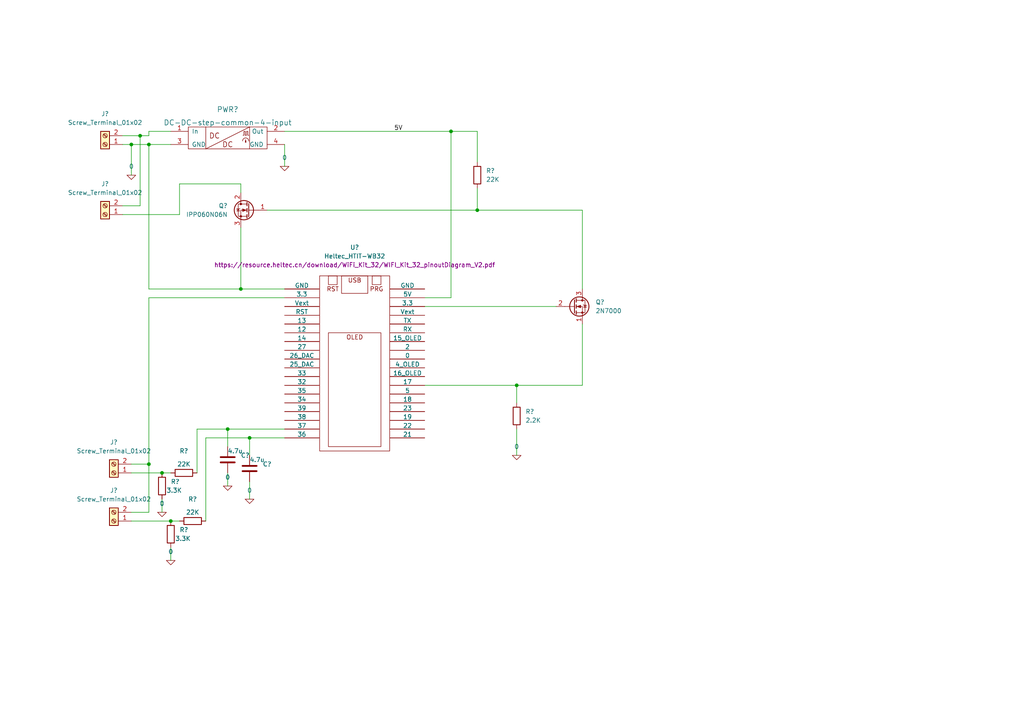
<source format=kicad_sch>
(kicad_sch (version 20211123) (generator eeschema)
  (paper "A4")
  (lib_symbols
    (symbol "Connector:Screw_Terminal_01x02" (pin_names (offset 1.016) hide)
      (property "Reference" "J" (at 0 2.54 0))
      (property "Value" "Screw_Terminal_01x02" (at 0 -5.08 0))
      (symbol "Screw_Terminal_01x02_1_1"
        (rectangle (start -1.27 1.27) (end 1.27 -3.81) (stroke (width 0.254)) (fill (type background)))
        (circle (center 0 -2.54) (radius 0.635) (stroke (width 0.1524)))
        (polyline (pts (xy -0.5334 -2.2098) (xy 0.3302 -3.048)) (stroke (width 0.1524)))
        (polyline (pts (xy -0.5334 0.3302) (xy 0.3302 -0.508)) (stroke (width 0.1524)))
        (polyline (pts (xy -0.3556 -2.032) (xy 0.508 -2.8702)) (stroke (width 0.1524)))
        (polyline (pts (xy -0.3556 0.508) (xy 0.508 -0.3302)) (stroke (width 0.1524)))
        (circle (center 0 0) (radius 0.635) (stroke (width 0.1524)))
        (pin passive line (at -5.08 0 0) (length 3.81) (name "Pin_1") (number "1"))
        (pin passive line (at -5.08 -2.54 0) (length 3.81) (name "Pin_2") (number "2"))
      )
    )
    (symbol "Device:C" (pin_numbers hide) (pin_names (offset 0.254))
      (property "Reference" "C" (at 0.635 2.54 0))
      (property "Value" "C" (at 0.635 -2.54 0))
      (symbol "C_0_1"
        (polyline (pts (xy -2.032 -0.762) (xy 2.032 -0.762)) (stroke (width 0.508)))
        (polyline (pts (xy -2.032 0.762) (xy 2.032 0.762)) (stroke (width 0.508)))
      )
      (symbol "C_1_1"
        (pin passive line (at 0 3.81 270) (length 2.794) (name "~") (number "1"))
        (pin passive line (at 0 -3.81 90) (length 2.794) (name "~") (number "2"))
      )
    )
    (symbol "Device:R" (pin_numbers hide) (pin_names (offset 0))
      (property "Reference" "R" (at 2.032 0 90))
      (property "Value" "R" (at 0 0 90))
      (symbol "R_0_1"
        (rectangle (start -1.016 -2.54) (end 1.016 2.54) (stroke (width 0.254)))
      )
      (symbol "R_1_1"
        (pin passive line (at 0 3.81 270) (length 1.27) (name "~") (number "1"))
        (pin passive line (at 0 -3.81 90) (length 1.27) (name "~") (number "2"))
      )
    )
    (symbol "Gitlab:Heltec_HTIT-WB32" (pin_numbers hide) (pin_names (offset 0))
      (property "Reference" "U" (at 0 0 0))
      (property "Value" "Heltec_HTIT-WB32" (at 0 -26.67 0))
      (property "Datasheet" "https://resource.heltec.cn/download/WiFi_Kit_32/WIFI_Kit_32_pinoutDiagram_V2.pdf" (at 0 0 0))
      (symbol "Heltec_HTIT-WB32_0_0"
        (rectangle (start -5.08 22.86) (end -7.62 25.4))
        (rectangle (start 3.81 25.4) (end -3.81 20.32))
        (rectangle (start 5.08 22.86) (end 7.62 25.4))
        (rectangle (start 7.62 -24.13) (end -7.62 8.89))
        (rectangle (start 10.16 -25.4) (end -10.16 25.4))
        (text "OLED" (at 0 7.62 0) (effects (font (size 1.27 1.27))))
        (text "PRG" (at 6.35 21.59 0) (effects (font (size 1.27 1.27))))
        (text "RST" (at -6.35 21.59 0) (effects (font (size 1.27 1.27))))
        (text "USB" (at 0 24.13 0) (effects (font (size 1.27 1.27))))
      )
      (symbol "Heltec_HTIT-WB32_1_1"
        (pin bidirectional line (at 20.32 1.27 180) (length 10.0076) (name "0") (number "0"))
        (pin bidirectional line (at 20.32 11.43 180) (length 10.0076) (name "TX") (number "1"))
        (pin power_out line (at 20.32 13.97 180) (length 10.0076) (name "Vext") (number "10"))
        (pin power_in line (at 20.32 16.51 180) (length 10.0076) (name "3.3") (number "11"))
        (pin bidirectional line (at -20.32 8.89 0) (length 10.0076) (name "12") (number "12"))
        (pin bidirectional line (at -20.32 11.43 0) (length 10.0076) (name "13") (number "13"))
        (pin bidirectional line (at -20.32 6.35 0) (length 10.0076) (name "14") (number "14"))
        (pin bidirectional line (at 20.32 6.35 180) (length 10.0076) (name "15_OLED") (number "15"))
        (pin bidirectional line (at 20.32 -3.81 180) (length 10.0076) (name "16_OLED") (number "16"))
        (pin bidirectional line (at 20.32 -6.35 180) (length 10.0076) (name "17") (number "17"))
        (pin bidirectional line (at 20.32 -11.43 180) (length 10.0076) (name "18") (number "18"))
        (pin bidirectional line (at 20.32 -16.51 180) (length 10.0076) (name "19") (number "19"))
        (pin bidirectional line (at 20.32 3.81 180) (length 10.0076) (name "2") (number "2"))
        (pin power_in line (at 20.32 19.05 180) (length 10.0076) (name "5V") (number "20"))
        (pin bidirectional line (at 20.32 -21.59 180) (length 10.0076) (name "21") (number "21"))
        (pin bidirectional line (at 20.32 -19.05 180) (length 10.0076) (name "22") (number "22"))
        (pin bidirectional line (at 20.32 -13.97 180) (length 10.0076) (name "23") (number "23"))
        (pin bidirectional line (at -20.32 -1.27 0) (length 10.0076) (name "25_DAC") (number "25"))
        (pin bidirectional line (at -20.32 1.27 0) (length 10.0076) (name "26_DAC") (number "26"))
        (pin bidirectional line (at -20.32 3.81 0) (length 10.0076) (name "27") (number "27"))
        (pin power_in line (at 20.32 21.59 180) (length 10.0076) (name "GND") (number "28"))
        (pin bidirectional line (at 20.32 8.89 180) (length 10.0076) (name "RX") (number "3"))
        (pin input line (at -20.32 -6.35 0) (length 10.0076) (name "32") (number "32"))
        (pin input line (at -20.32 -3.81 0) (length 10.0076) (name "33") (number "33"))
        (pin input line (at -20.32 -11.43 0) (length 10.0076) (name "34") (number "34"))
        (pin input line (at -20.32 -8.89 0) (length 10.0076) (name "35") (number "35"))
        (pin input line (at -20.32 -21.59 0) (length 10.0076) (name "36") (number "36"))
        (pin input line (at -20.32 -19.05 0) (length 10.0076) (name "37") (number "37"))
        (pin input line (at -20.32 -16.51 0) (length 10.0076) (name "38") (number "38"))
        (pin input line (at -20.32 -13.97 0) (length 10.0076) (name "39") (number "39"))
        (pin bidirectional line (at 20.32 -1.27 180) (length 10.0076) (name "4_OLED") (number "4"))
        (pin bidirectional line (at 20.32 -8.89 180) (length 10.0076) (name "5") (number "5"))
        (pin input line (at -20.32 13.97 0) (length 10.0076) (name "RST") (number "6"))
        (pin power_out line (at -20.32 16.51 0) (length 10.0076) (name "Vext") (number "7"))
        (pin power_in line (at -20.32 21.59 0) (length 10.0076) (name "GND") (number "8"))
        (pin power_in line (at -20.32 19.05 0) (length 10.0076) (name "3.3") (number "9"))
      )
    )
    (symbol "Transistor_FET:2N7000" (pin_names hide)
      (property "Reference" "Q" (at 5.08 1.905 0))
      (property "Value" "2N7000" (at 5.08 0 0))
      (symbol "2N7000_0_1"
        (polyline (pts (xy 0.254 0) (xy -2.54 0)))
        (polyline (pts (xy 0.254 1.905) (xy 0.254 -1.905)) (stroke (width 0.254)))
        (polyline (pts (xy 0.762 -1.27) (xy 0.762 -2.286)) (stroke (width 0.254)))
        (polyline (pts (xy 0.762 0.508) (xy 0.762 -0.508)) (stroke (width 0.254)))
        (polyline (pts (xy 0.762 2.286) (xy 0.762 1.27)) (stroke (width 0.254)))
        (polyline (pts (xy 2.54 2.54) (xy 2.54 1.778)))
        (polyline (pts (xy 2.54 -2.54) (xy 2.54 0) (xy 0.762 0)))
        (polyline (pts (xy 0.762 -1.778) (xy 3.302 -1.778) (xy 3.302 1.778) (xy 0.762 1.778)))
        (polyline (pts (xy 1.016 0) (xy 2.032 0.381) (xy 2.032 -0.381) (xy 1.016 0)) (fill (type outline)))
        (polyline (pts (xy 2.794 0.508) (xy 2.921 0.381) (xy 3.683 0.381) (xy 3.81 0.254)))
        (polyline (pts (xy 3.302 0.381) (xy 2.921 -0.254) (xy 3.683 -0.254) (xy 3.302 0.381)))
        (circle (center 1.651 0) (radius 2.794) (stroke (width 0.254)))
        (circle (center 2.54 -1.778) (radius 0.254) (fill (type outline)))
        (circle (center 2.54 1.778) (radius 0.254) (fill (type outline)))
      )
      (symbol "2N7000_1_1"
        (pin passive line (at 2.54 -5.08 90) (length 2.54) (name "S") (number "1"))
        (pin input line (at -5.08 0 0) (length 2.54) (name "G") (number "2"))
        (pin passive line (at 2.54 5.08 270) (length 2.54) (name "D") (number "3"))
      )
    )
    (symbol "Transistor_FET:IPP060N06N" (pin_names hide)
      (property "Reference" "Q" (at 6.35 1.905 0))
      (property "Value" "IPP060N06N" (at 6.35 0 0))
      (symbol "IPP060N06N_0_1"
        (polyline (pts (xy 0.254 0) (xy -2.54 0)))
        (polyline (pts (xy 0.254 1.905) (xy 0.254 -1.905)) (stroke (width 0.254)))
        (polyline (pts (xy 0.762 -1.27) (xy 0.762 -2.286)) (stroke (width 0.254)))
        (polyline (pts (xy 0.762 0.508) (xy 0.762 -0.508)) (stroke (width 0.254)))
        (polyline (pts (xy 0.762 2.286) (xy 0.762 1.27)) (stroke (width 0.254)))
        (polyline (pts (xy 2.54 2.54) (xy 2.54 1.778)))
        (polyline (pts (xy 2.54 -2.54) (xy 2.54 0) (xy 0.762 0)))
        (polyline (pts (xy 0.762 -1.778) (xy 3.302 -1.778) (xy 3.302 1.778) (xy 0.762 1.778)))
        (polyline (pts (xy 1.016 0) (xy 2.032 0.381) (xy 2.032 -0.381) (xy 1.016 0)) (fill (type outline)))
        (polyline (pts (xy 2.794 0.508) (xy 2.921 0.381) (xy 3.683 0.381) (xy 3.81 0.254)))
        (polyline (pts (xy 3.302 0.381) (xy 2.921 -0.254) (xy 3.683 -0.254) (xy 3.302 0.381)))
        (circle (center 1.651 0) (radius 2.794) (stroke (width 0.254)))
        (circle (center 2.54 -1.778) (radius 0.254) (fill (type outline)))
        (circle (center 2.54 1.778) (radius 0.254) (fill (type outline)))
      )
      (symbol "IPP060N06N_1_1"
        (pin input line (at -5.08 0 0) (length 2.54) (name "G") (number "1"))
        (pin passive line (at 2.54 5.08 270) (length 2.54) (name "D") (number "2"))
        (pin passive line (at 2.54 -5.08 90) (length 2.54) (name "S") (number "3"))
      )
    )
    (symbol "power:DC-DC-step-common-4-input" (pin_names (offset 1.016))
      (property "Reference" "PWR" (at -8.89 6.985 0))
      (property "Value" "DC-DC-step-common-4-input" (at 6.35 4.445 0))
      (symbol "DC-DC-step-common-4-input_0_0"
        (polyline (pts (xy 5.207 -1.143) (xy 5.08 -1.905) (xy 5.207 -1.905) (xy 5.207 -1.143) (xy 5.334 -1.905) (xy 5.08 -1.905)))
        (polyline (pts (xy 4.445 0.127) (xy 4.699 0.127) (xy 4.699 1.27) (xy 5.08 1.27) (xy 5.08 0.127) (xy 5.461 0.127) (xy 5.461 1.27) (xy 5.842 1.27) (xy 5.842 0.127) (xy 6.096 0.127)))
        (text "DC" (at -3.81 0 0) (effects (font (size 1.524 1.524))))
        (text "DC" (at 0 -2.54 0) (effects (font (size 1.524 1.524))))
      )
      (symbol "DC-DC-step-common-4-input_0_1"
        (polyline (pts (xy -6.35 -3.81) (xy -6.35 2.54)))
        (polyline (pts (xy -6.35 -3.81) (xy 6.35 2.54)))
        (polyline (pts (xy 6.35 -3.81) (xy 6.35 2.54)))
        (polyline (pts (xy -11.43 2.54) (xy -11.43 -3.81) (xy 11.43 -3.81) (xy 11.43 2.54) (xy -11.43 2.54)))
      )
      (symbol "DC-DC-step-common-4-input_1_0"
        (arc (start 6.096 -1.524) (mid 5.207 -0.635) (end 4.318 -1.524))
      )
      (symbol "DC-DC-step-common-4-input_1_1"
        (pin power_in line (at -16.51 1.27 0) (length 5.08) (name "In") (number "1"))
        (pin power_in line (at 16.51 1.27 180) (length 5.08) (name "Out") (number "2"))
        (pin power_in line (at -16.51 -2.54 0) (length 5.08) (name "GND") (number "3"))
        (pin power_in line (at 16.51 -2.54 180) (length 5.08) (name "GND") (number "4"))
      )
    )
    (symbol "pspice:0" (power) (pin_names (offset 0))
      (property "Value" "0" (at 0 -1.778 0))
      (symbol "0_0_1"
        (polyline (pts (xy -1.27 0) (xy 0 -1.27) (xy 1.27 0) (xy -1.27 0)))
      )
      (symbol "0_1_1"
        (pin power_in line (at 0 0 0) (length 0) hide (name "0") (number "1"))
      )
    )
  )
  (junction (at 43.18 134.62))
  (junction (at 138.43 60.96))
  (junction (at 69.85 83.82))
  (junction (at 49.53 151.13))
  (junction (at 40.64 39.37))
  (junction (at 46.99 137.16))
  (junction (at 149.86 111.76))
  (junction (at 43.18 41.91))
  (junction (at 130.81 38.1))
  (junction (at 72.39 127))
  (junction (at 66.04 124.46))
  (junction (at 38.1 41.91))
  (wire (pts (xy 130.81 38.1) (xy 130.81 86.36)))
  (wire (pts (xy 168.91 60.96) (xy 168.91 83.82)))
  (wire (pts (xy 66.04 124.46) (xy 57.15 124.46)))
  (wire (pts (xy 72.39 127) (xy 59.69 127)))
  (wire (pts (xy 38.1 148.59) (xy 43.18 148.59)))
  (wire (pts (xy 82.55 124.46) (xy 66.04 124.46)))
  (wire (pts (xy 35.56 62.23) (xy 52.07 62.23)))
  (wire (pts (xy 38.1 41.91) (xy 43.18 41.91)))
  (wire (pts (xy 43.18 39.37) (xy 43.18 38.1)))
  (wire (pts (xy 149.86 124.46) (xy 149.86 132.08)))
  (wire (pts (xy 40.64 59.69) (xy 35.56 59.69)))
  (wire (pts (xy 130.81 38.1) (xy 138.43 38.1)))
  (wire (pts (xy 149.86 111.76) (xy 149.86 116.84)))
  (wire (pts (xy 43.18 41.91) (xy 49.53 41.91)))
  (wire (pts (xy 66.04 137.16) (xy 66.04 140.97)))
  (wire (pts (xy 123.19 111.76) (xy 149.86 111.76)))
  (wire (pts (xy 57.15 124.46) (xy 57.15 137.16)))
  (wire (pts (xy 38.1 41.91) (xy 38.1 50.8)))
  (wire (pts (xy 123.19 88.9) (xy 161.29 88.9)))
  (wire (pts (xy 82.55 83.82) (xy 69.85 83.82)))
  (wire (pts (xy 138.43 60.96) (xy 168.91 60.96)))
  (wire (pts (xy 43.18 38.1) (xy 49.53 38.1)))
  (wire (pts (xy 46.99 137.16) (xy 49.53 137.16)))
  (wire (pts (xy 38.1 137.16) (xy 46.99 137.16)))
  (wire (pts (xy 72.39 139.7) (xy 72.39 144.78)))
  (wire (pts (xy 138.43 60.96) (xy 77.47 60.96)))
  (wire (pts (xy 66.04 124.46) (xy 66.04 129.54)))
  (wire (pts (xy 49.53 151.13) (xy 52.07 151.13)))
  (wire (pts (xy 38.1 134.62) (xy 43.18 134.62)))
  (wire (pts (xy 72.39 127) (xy 72.39 132.08)))
  (wire (pts (xy 138.43 54.61) (xy 138.43 60.96)))
  (wire (pts (xy 59.69 127) (xy 59.69 151.13)))
  (wire (pts (xy 40.64 39.37) (xy 40.64 59.69)))
  (wire (pts (xy 52.07 53.34) (xy 69.85 53.34)))
  (wire (pts (xy 35.56 41.91) (xy 38.1 41.91)))
  (wire (pts (xy 69.85 53.34) (xy 69.85 55.88)))
  (wire (pts (xy 69.85 66.04) (xy 69.85 83.82)))
  (wire (pts (xy 43.18 83.82) (xy 69.85 83.82)))
  (wire (pts (xy 82.55 38.1) (xy 130.81 38.1)))
  (wire (pts (xy 40.64 39.37) (xy 43.18 39.37)))
  (wire (pts (xy 82.55 86.36) (xy 43.18 86.36)))
  (wire (pts (xy 38.1 151.13) (xy 49.53 151.13)))
  (wire (pts (xy 168.91 93.98) (xy 168.91 111.76)))
  (wire (pts (xy 43.18 86.36) (xy 43.18 134.62)))
  (wire (pts (xy 35.56 39.37) (xy 40.64 39.37)))
  (wire (pts (xy 149.86 111.76) (xy 168.91 111.76)))
  (wire (pts (xy 46.99 144.78) (xy 46.99 148.59)))
  (wire (pts (xy 82.55 41.91) (xy 82.55 48.26)))
  (wire (pts (xy 130.81 86.36) (xy 123.19 86.36)))
  (wire (pts (xy 82.55 127) (xy 72.39 127)))
  (wire (pts (xy 52.07 62.23) (xy 52.07 53.34)))
  (wire (pts (xy 43.18 134.62) (xy 43.18 148.59)))
  (wire (pts (xy 49.53 158.75) (xy 49.53 162.56)))
  (wire (pts (xy 138.43 38.1) (xy 138.43 46.99)))
  (wire (pts (xy 43.18 83.82) (xy 43.18 41.91)))
  (label "5V" (at 114.3 38.1 0))
  (symbol (lib_id "Connector:Screw_Terminal_01x02") (at 30.48 62.23 180) (unit 1)
    (property "Reference" "J?" (at 30.48 53.34 0))
    (property "Value" "Screw_Terminal_01x02" (at 30.48 55.88 0))
  )
  (symbol (lib_id "Device:R") (at 49.53 154.94 0) (unit 1)
    (property "Reference" "R?" (at 52.07 153.6699 0) (effects (justify left)))
    (property "Value" "3.3K" (at 50.8 156.21 0) (effects (justify left)))
  )
  (symbol (lib_id "Device:C") (at 66.04 133.35 0) (unit 1)
    (property "Reference" "C?" (at 69.85 132.0799 0) (effects (justify left)))
    (property "Value" "4.7u" (at 66.04 130.81 0) (effects (justify left)))
  )
  (symbol (lib_id "pspice:0") (at 82.55 48.26 0) (unit 1)
    (property "Reference" "#GND?" (effects hide))
    (property "Value" "0" (at 82.55 45.72 0))
  )
  (symbol (lib_id "pspice:0") (at 66.04 140.97 0) (unit 1)
    (property "Reference" "#GND?" (effects hide))
    (property "Value" "0" (at 66.04 138.43 0))
  )
  (symbol (lib_id "power:DC-DC-step-common-4-input") (at 66.04 39.37 0) (unit 1)
    (property "Reference" "PWR?" (at 66.04 31.75 0) (effects (font (size 1.524 1.524))))
    (property "Value" "DC-DC-step-common-4-input" (at 66.04 35.56 0) (effects (font (size 1.524 1.524))))
  )
  (symbol (lib_id "pspice:0") (at 49.53 162.56 0) (unit 1)
    (property "Reference" "#GND?" (effects hide))
    (property "Value" "0" (at 49.53 160.02 0))
  )
  (symbol (lib_id "pspice:0") (at 38.1 50.8 0) (unit 1)
    (property "Reference" "#GND?" (effects hide))
    (property "Value" "0" (at 38.1 48.26 0))
  )
  (symbol (lib_id "Device:R") (at 53.34 137.16 90) (unit 1)
    (property "Reference" "R?" (at 53.34 130.81 90))
    (property "Value" "22K" (at 53.34 134.62 90))
  )
  (symbol (lib_id "Transistor_FET:IPP060N06N") (at 72.39 60.96 0) (mirror y) (unit 1)
    (property "Reference" "Q?" (at 66.04 59.6899 0) (effects (justify left)))
    (property "Value" "IPP060N06N" (at 66.04 62.2299 0) (effects (justify left)))
    (property "Footprint" "Package_TO_SOT_THT:TO-220-3_Vertical" (effects hide))
    (property "Datasheet" "https://www.infineon.com/dgdl/Infineon-IPP060N06N-DS-v02_02-en.pdf?fileId=db3a30433727a44301372c06d9d7498a" (effects hide))
  )
  (symbol (lib_id "pspice:0") (at 72.39 144.78 0) (unit 1)
    (property "Reference" "#GND?" (effects hide))
    (property "Value" "0" (at 72.39 142.24 0))
  )
  (symbol (lib_id "pspice:0") (at 46.99 148.59 0) (unit 1)
    (property "Reference" "#GND?" (effects hide))
    (property "Value" "0" (at 46.99 146.05 0))
  )
  (symbol (lib_id "Connector:Screw_Terminal_01x02") (at 33.02 137.16 180) (unit 1)
    (property "Reference" "J?" (at 33.02 128.27 0))
    (property "Value" "Screw_Terminal_01x02" (at 33.02 130.81 0))
  )
  (symbol (lib_id "Device:R") (at 46.99 140.97 0) (unit 1)
    (property "Reference" "R?" (at 49.53 139.6999 0) (effects (justify left)))
    (property "Value" "3.3K" (at 48.26 142.24 0) (effects (justify left)))
  )
  (symbol (lib_id "pspice:0") (at 149.86 132.08 0) (unit 1)
    (property "Reference" "#GND?" (effects hide))
    (property "Value" "0" (at 149.86 129.54 0))
  )
  (symbol (lib_id "Connector:Screw_Terminal_01x02") (at 33.02 151.13 180) (unit 1)
    (property "Reference" "J?" (at 33.02 142.24 0))
    (property "Value" "Screw_Terminal_01x02" (at 33.02 144.78 0))
  )
  (symbol (lib_id "Connector:Screw_Terminal_01x02") (at 30.48 41.91 180) (unit 1)
    (property "Reference" "J?" (at 30.48 33.02 0))
    (property "Value" "Screw_Terminal_01x02" (at 30.48 35.56 0))
  )
  (symbol (lib_id "Device:R") (at 138.43 50.8 0) (unit 1)
    (property "Reference" "R?" (at 140.97 49.5299 0) (effects (justify left)))
    (property "Value" "22K" (at 140.97 52.0699 0) (effects (justify left)))
  )
  (symbol (lib_id "Transistor_FET:2N7000") (at 166.37 88.9 0) (unit 1)
    (property "Reference" "Q?" (at 172.72 87.6299 0) (effects (justify left)))
    (property "Value" "2N7000" (at 172.72 90.1699 0) (effects (justify left)))
    (property "Footprint" "Package_TO_SOT_THT:TO-92_Inline" (effects hide))
    (property "Datasheet" "https://www.onsemi.com/pub/Collateral/NDS7002A-D.PDF" (effects hide))
  )
  (symbol (lib_id "Device:R") (at 149.86 120.65 180) (unit 1)
    (property "Reference" "R?" (at 152.4 119.3799 0) (effects (justify right)))
    (property "Value" "2.2K" (at 152.4 121.9199 0) (effects (justify right)))
  )
  (symbol (lib_id "Gitlab:Heltec_HTIT-WB32") (at 102.87 105.41 0) (unit 1)
    (property "Reference" "U?" (at 102.87 71.755 0))
    (property "Value" "Heltec_HTIT-WB32" (at 102.87 74.295 0))
    (property "Datasheet" "https://resource.heltec.cn/download/WiFi_Kit_32/WIFI_Kit_32_pinoutDiagram_V2.pdf" (at 102.87 76.835 0))
  )
  (symbol (lib_id "Device:C") (at 72.39 135.89 0) (unit 1)
    (property "Reference" "C?" (at 76.2 134.6199 0) (effects (justify left)))
    (property "Value" "4.7u" (at 72.39 133.35 0) (effects (justify left)))
  )
  (symbol (lib_id "Device:R") (at 55.88 151.13 270) (unit 1)
    (property "Reference" "R?" (at 55.88 144.78 90))
    (property "Value" "22K" (at 55.88 148.59 90))
  )
)
</source>
